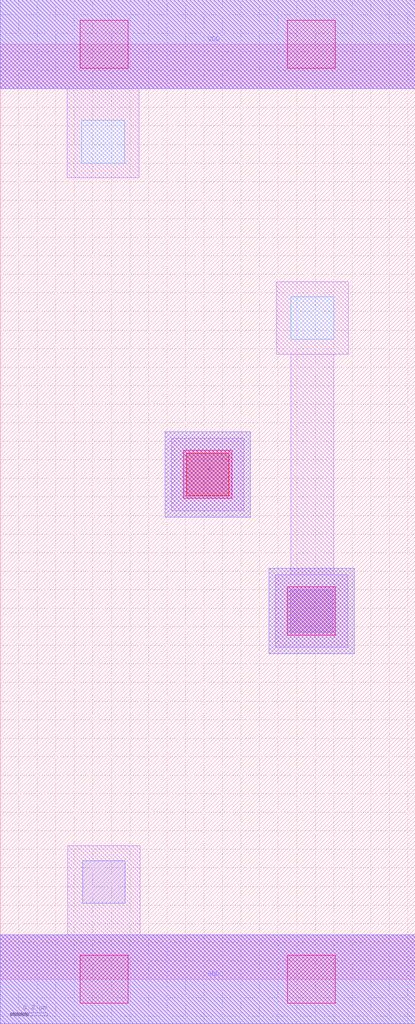
<source format=lef>
MACRO INV
 CLASS CORE ;
 FOREIGN INV 0 0 ;
 SIZE 2.24 BY 5.04 ;
 ORIGIN 0 0 ;
 SYMMETRY X Y R90 ;
 SITE unit ;
  PIN VDD
   DIRECTION INOUT ;
   USE POWER ;
   SHAPE ABUTMENT ;
    PORT
     CLASS CORE ;
       LAYER met1 ;
        RECT 0.00000000 4.80000000 2.24000000 5.28000000 ;
       LAYER met2 ;
        RECT 0.00000000 4.80000000 2.24000000 5.28000000 ;
    END
  END VDD

  PIN GND
   DIRECTION INOUT ;
   USE POWER ;
   SHAPE ABUTMENT ;
    PORT
     CLASS CORE ;
       LAYER met1 ;
        RECT 0.00000000 -0.24000000 2.24000000 0.24000000 ;
       LAYER met2 ;
        RECT 0.00000000 -0.24000000 2.24000000 0.24000000 ;
    END
  END GND

  PIN Y
   DIRECTION INOUT ;
   USE SIGNAL ;
   SHAPE ABUTMENT ;
    PORT
     CLASS CORE ;
       LAYER met2 ;
        RECT 1.45000000 1.75500000 1.91000000 2.21500000 ;
    END
  END Y

  PIN A
   DIRECTION INOUT ;
   USE SIGNAL ;
   SHAPE ABUTMENT ;
    PORT
     CLASS CORE ;
       LAYER met2 ;
        RECT 0.89000000 2.49200000 1.35000000 2.95200000 ;
    END
  END A

 OBS
    LAYER polycont ;
     RECT 1.00500000 2.60700000 1.23500000 2.83700000 ;

    LAYER pdiffc ;
     RECT 1.57000000 3.45000000 1.80000000 3.68000000 ;
     RECT 0.44000000 4.40000000 0.67000000 4.63000000 ;

    LAYER ndiffc ;
     RECT 0.44500000 0.41000000 0.67500000 0.64000000 ;
     RECT 1.56500000 1.87000000 1.79500000 2.10000000 ;

    LAYER met1 ;
     RECT 0.00000000 -0.24000000 2.24000000 0.24000000 ;
     RECT 0.36500000 0.24000000 0.75500000 0.72000000 ;
     RECT 0.92500000 2.52700000 1.31500000 2.91700000 ;
     RECT 1.48500000 1.79000000 1.87500000 2.18000000 ;
     RECT 1.57000000 2.18000000 1.80000000 3.37000000 ;
     RECT 1.49000000 3.37000000 1.88000000 3.76000000 ;
     RECT 0.36000000 4.32000000 0.75000000 4.80000000 ;
     RECT 0.00000000 4.80000000 2.24000000 5.28000000 ;

    LAYER via1 ;
     RECT 0.43000000 -0.13000000 0.69000000 0.13000000 ;
     RECT 1.55000000 -0.13000000 1.81000000 0.13000000 ;
     RECT 1.55000000 1.85500000 1.81000000 2.11500000 ;
     RECT 0.99000000 2.59200000 1.25000000 2.85200000 ;
     RECT 0.43000000 4.91000000 0.69000000 5.17000000 ;
     RECT 1.55000000 4.91000000 1.81000000 5.17000000 ;

    LAYER met2 ;
     RECT 0.00000000 -0.24000000 2.24000000 0.24000000 ;
     RECT 1.45000000 1.75500000 1.91000000 2.21500000 ;
     RECT 0.89000000 2.49200000 1.35000000 2.95200000 ;
     RECT 0.00000000 4.80000000 2.24000000 5.28000000 ;

 END
END INV

</source>
